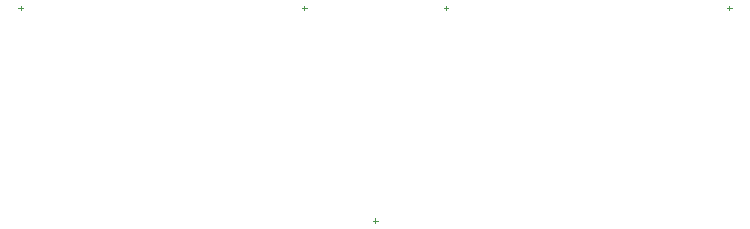
<source format=gm1>
%FSDAX24Y24*%
%MOIN*%
%SFA1B1*%

%IPPOS*%
%ADD36C,0.003900*%
%LNde-151116-1*%
%LPD*%
G54D36*
X047030Y028921D02*
X047188D01*
X047109Y028842D02*
Y029000D01*
X023408Y028921D02*
X023566D01*
X023487Y028842D02*
Y029000D01*
X037582Y028921D02*
X037739D01*
X037660Y028842D02*
Y029000D01*
X032857Y028921D02*
X033015D01*
X032936Y028842D02*
Y029000D01*
X035219Y021834D02*
X035377D01*
X035298Y021756D02*
Y021913D01*
M02*
</source>
